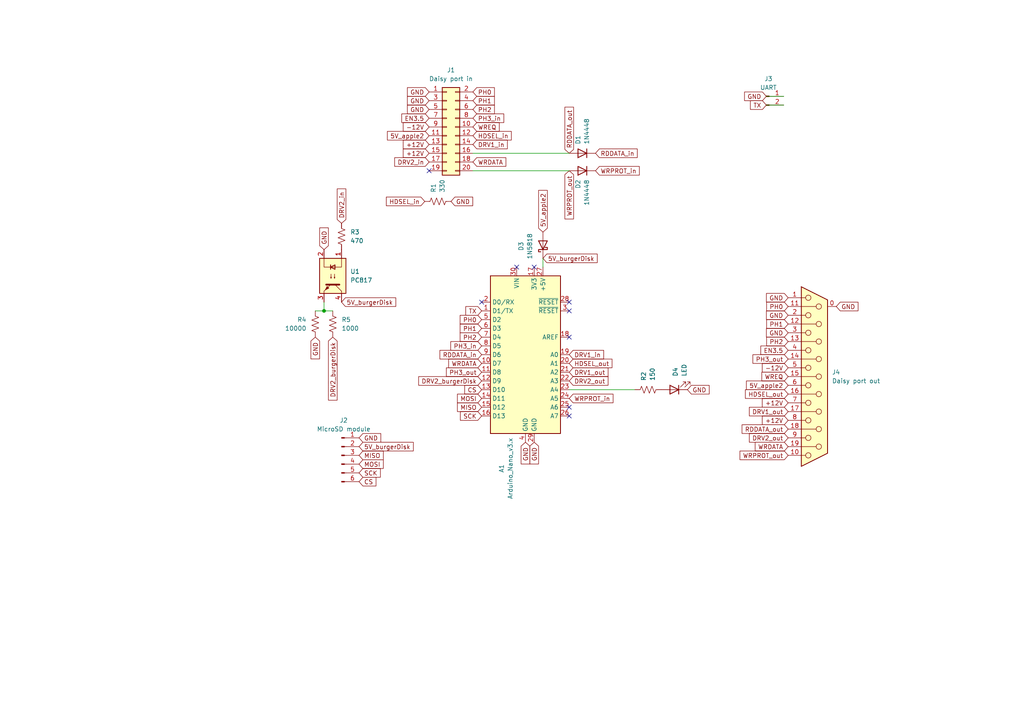
<source format=kicad_sch>
(kicad_sch (version 20230121) (generator eeschema)
  (paper "A4")
  (title_block (title "BurgerDisk PCB - Angled DB19 version") (date "2026-01-28") (rev "v2") (company "Colin Leroy-Mira") (comment 1 "License: CC BY-SA"))
  (lib_symbols
    (symbol "Connector:Conn_01x02_Pin" (pin_names (offset 1.016) hide)
      (property "Reference" "J" (at 0 2.54 0))
      (property "Value" "Conn_01x02_Pin" (at 0 -5.08 0))
      (symbol "Conn_01x02_Pin_1_1"
        (polyline (pts (xy 1.27 -2.54) (xy 0.8636 -2.54)) (stroke (width 0.1524)))
        (polyline (pts (xy 1.27 0) (xy 0.8636 0)) (stroke (width 0.1524)))
        (rectangle (start 0.8636 -2.413) (end 0 -2.667) (stroke (width 0.1524)) (fill (type outline)))
        (rectangle (start 0.8636 0.127) (end 0 -0.127) (stroke (width 0.1524)) (fill (type outline)))
        (pin passive line (at 5.08 0 180) (length 3.81) (name "Pin_1") (number "1"))
        (pin passive line (at 5.08 -2.54 180) (length 3.81) (name "Pin_2") (number "2"))
      )
    )
    (symbol "Connector:Conn_01x06_Pin" (pin_names (offset 1.016) hide)
      (property "Reference" "J" (at 0 7.62 0))
      (property "Value" "Conn_01x06_Pin" (at 0 -10.16 0))
      (symbol "Conn_01x06_Pin_1_1"
        (polyline (pts (xy 1.27 -7.62) (xy 0.8636 -7.62)) (stroke (width 0.1524)))
        (polyline (pts (xy 1.27 -5.08) (xy 0.8636 -5.08)) (stroke (width 0.1524)))
        (polyline (pts (xy 1.27 -2.54) (xy 0.8636 -2.54)) (stroke (width 0.1524)))
        (polyline (pts (xy 1.27 0) (xy 0.8636 0)) (stroke (width 0.1524)))
        (polyline (pts (xy 1.27 2.54) (xy 0.8636 2.54)) (stroke (width 0.1524)))
        (polyline (pts (xy 1.27 5.08) (xy 0.8636 5.08)) (stroke (width 0.1524)))
        (rectangle (start 0.8636 -7.493) (end 0 -7.747) (stroke (width 0.1524)) (fill (type outline)))
        (rectangle (start 0.8636 -4.953) (end 0 -5.207) (stroke (width 0.1524)) (fill (type outline)))
        (rectangle (start 0.8636 -2.413) (end 0 -2.667) (stroke (width 0.1524)) (fill (type outline)))
        (rectangle (start 0.8636 0.127) (end 0 -0.127) (stroke (width 0.1524)) (fill (type outline)))
        (rectangle (start 0.8636 2.667) (end 0 2.413) (stroke (width 0.1524)) (fill (type outline)))
        (rectangle (start 0.8636 5.207) (end 0 4.953) (stroke (width 0.1524)) (fill (type outline)))
        (pin passive line (at 5.08 5.08 180) (length 3.81) (name "Pin_1") (number "1"))
        (pin passive line (at 5.08 2.54 180) (length 3.81) (name "Pin_2") (number "2"))
        (pin passive line (at 5.08 0 180) (length 3.81) (name "Pin_3") (number "3"))
        (pin passive line (at 5.08 -2.54 180) (length 3.81) (name "Pin_4") (number "4"))
        (pin passive line (at 5.08 -5.08 180) (length 3.81) (name "Pin_5") (number "5"))
        (pin passive line (at 5.08 -7.62 180) (length 3.81) (name "Pin_6") (number "6"))
      )
    )
    (symbol "Connector_Generic:Conn_02x10_Odd_Even" (pin_names (offset 1.016) hide)
      (property "Reference" "J" (at 1.27 12.7 0))
      (property "Value" "Conn_02x10_Odd_Even" (at 1.27 -15.24 0))
      (symbol "Conn_02x10_Odd_Even_1_1"
        (rectangle (start -1.27 -12.573) (end 0 -12.827) (stroke (width 0.1524)))
        (rectangle (start -1.27 -10.033) (end 0 -10.287) (stroke (width 0.1524)))
        (rectangle (start -1.27 -7.493) (end 0 -7.747) (stroke (width 0.1524)))
        (rectangle (start -1.27 -4.953) (end 0 -5.207) (stroke (width 0.1524)))
        (rectangle (start -1.27 -2.413) (end 0 -2.667) (stroke (width 0.1524)))
        (rectangle (start -1.27 0.127) (end 0 -0.127) (stroke (width 0.1524)))
        (rectangle (start -1.27 2.667) (end 0 2.413) (stroke (width 0.1524)))
        (rectangle (start -1.27 5.207) (end 0 4.953) (stroke (width 0.1524)))
        (rectangle (start -1.27 7.747) (end 0 7.493) (stroke (width 0.1524)))
        (rectangle (start -1.27 10.287) (end 0 10.033) (stroke (width 0.1524)))
        (rectangle (start -1.27 11.43) (end 3.81 -13.97) (stroke (width 0.254)) (fill (type background)))
        (rectangle (start 3.81 -12.573) (end 2.54 -12.827) (stroke (width 0.1524)))
        (rectangle (start 3.81 -10.033) (end 2.54 -10.287) (stroke (width 0.1524)))
        (rectangle (start 3.81 -7.493) (end 2.54 -7.747) (stroke (width 0.1524)))
        (rectangle (start 3.81 -4.953) (end 2.54 -5.207) (stroke (width 0.1524)))
        (rectangle (start 3.81 -2.413) (end 2.54 -2.667) (stroke (width 0.1524)))
        (rectangle (start 3.81 0.127) (end 2.54 -0.127) (stroke (width 0.1524)))
        (rectangle (start 3.81 2.667) (end 2.54 2.413) (stroke (width 0.1524)))
        (rectangle (start 3.81 5.207) (end 2.54 4.953) (stroke (width 0.1524)))
        (rectangle (start 3.81 7.747) (end 2.54 7.493) (stroke (width 0.1524)))
        (rectangle (start 3.81 10.287) (end 2.54 10.033) (stroke (width 0.1524)))
        (pin passive line (at -5.08 10.16 0) (length 3.81) (name "Pin_1") (number "1"))
        (pin passive line (at 7.62 0 180) (length 3.81) (name "Pin_10") (number "10"))
        (pin passive line (at -5.08 -2.54 0) (length 3.81) (name "Pin_11") (number "11"))
        (pin passive line (at 7.62 -2.54 180) (length 3.81) (name "Pin_12") (number "12"))
        (pin passive line (at -5.08 -5.08 0) (length 3.81) (name "Pin_13") (number "13"))
        (pin passive line (at 7.62 -5.08 180) (length 3.81) (name "Pin_14") (number "14"))
        (pin passive line (at -5.08 -7.62 0) (length 3.81) (name "Pin_15") (number "15"))
        (pin passive line (at 7.62 -7.62 180) (length 3.81) (name "Pin_16") (number "16"))
        (pin passive line (at -5.08 -10.16 0) (length 3.81) (name "Pin_17") (number "17"))
        (pin passive line (at 7.62 -10.16 180) (length 3.81) (name "Pin_18") (number "18"))
        (pin passive line (at -5.08 -12.7 0) (length 3.81) (name "Pin_19") (number "19"))
        (pin passive line (at 7.62 10.16 180) (length 3.81) (name "Pin_2") (number "2"))
        (pin passive line (at 7.62 -12.7 180) (length 3.81) (name "Pin_20") (number "20"))
        (pin passive line (at -5.08 7.62 0) (length 3.81) (name "Pin_3") (number "3"))
        (pin passive line (at 7.62 7.62 180) (length 3.81) (name "Pin_4") (number "4"))
        (pin passive line (at -5.08 5.08 0) (length 3.81) (name "Pin_5") (number "5"))
        (pin passive line (at 7.62 5.08 180) (length 3.81) (name "Pin_6") (number "6"))
        (pin passive line (at -5.08 2.54 0) (length 3.81) (name "Pin_7") (number "7"))
        (pin passive line (at 7.62 2.54 180) (length 3.81) (name "Pin_8") (number "8"))
        (pin passive line (at -5.08 0 0) (length 3.81) (name "Pin_9") (number "9"))
      )
    )
    (symbol "Device:LED" (pin_numbers hide) (pin_names (offset 1.016) hide)
      (property "Reference" "D" (at 0 2.54 0))
      (property "Value" "LED" (at 0 -2.54 0))
      (symbol "LED_0_1"
        (polyline (pts (xy -1.27 -1.27) (xy -1.27 1.27)) (stroke (width 0.254)))
        (polyline (pts (xy -1.27 0) (xy 1.27 0)))
        (polyline (pts (xy 1.27 -1.27) (xy 1.27 1.27) (xy -1.27 0) (xy 1.27 -1.27)) (stroke (width 0.254)))
        (polyline (pts (xy -3.048 -0.762) (xy -4.572 -2.286) (xy -3.81 -2.286) (xy -4.572 -2.286) (xy -4.572 -1.524)))
        (polyline (pts (xy -1.778 -0.762) (xy -3.302 -2.286) (xy -2.54 -2.286) (xy -3.302 -2.286) (xy -3.302 -1.524)))
      )
      (symbol "LED_1_1"
        (pin passive line (at -3.81 0 0) (length 2.54) (name "K") (number "1"))
        (pin passive line (at 3.81 0 180) (length 2.54) (name "A") (number "2"))
      )
    )
    (symbol "Device:R_US" (pin_numbers hide) (pin_names (offset 0))
      (property "Reference" "R" (at 2.54 0 90))
      (property "Value" "R_US" (at -2.54 0 90))
      (symbol "R_US_0_1"
        (polyline (pts (xy 0 -2.286) (xy 0 -2.54)))
        (polyline (pts (xy 0 2.286) (xy 0 2.54)))
        (polyline (pts (xy 0 -0.762) (xy 1.016 -1.143) (xy 0 -1.524) (xy -1.016 -1.905) (xy 0 -2.286)))
        (polyline (pts (xy 0 0.762) (xy 1.016 0.381) (xy 0 0) (xy -1.016 -0.381) (xy 0 -0.762)))
        (polyline (pts (xy 0 2.286) (xy 1.016 1.905) (xy 0 1.524) (xy -1.016 1.143) (xy 0 0.762)))
      )
      (symbol "R_US_1_1"
        (pin passive line (at 0 3.81 270) (length 1.27) (name "~") (number "1"))
        (pin passive line (at 0 -3.81 90) (length 1.27) (name "~") (number "2"))
      )
    )
    (symbol "Diode:1N4448" (pin_numbers hide) (pin_names hide)
      (property "Reference" "D" (at 0 2.54 0))
      (property "Value" "1N4448" (at 0 -2.54 0))
      (symbol "1N4448_0_1"
        (polyline (pts (xy -1.27 1.27) (xy -1.27 -1.27)) (stroke (width 0.254)))
        (polyline (pts (xy 1.27 0) (xy -1.27 0)))
        (polyline (pts (xy 1.27 1.27) (xy 1.27 -1.27) (xy -1.27 0) (xy 1.27 1.27)) (stroke (width 0.254)))
      )
      (symbol "1N4448_1_1"
        (pin passive line (at -3.81 0 0) (length 2.54) (name "K") (number "1"))
        (pin passive line (at 3.81 0 180) (length 2.54) (name "A") (number "2"))
      )
    )
    (symbol "Diode:1N5818" (pin_numbers hide) (pin_names (offset 1.016) hide)
      (property "Reference" "D" (at 0 2.54 0))
      (property "Value" "1N5818" (at 0 -2.54 0))
      (symbol "1N5818_0_1"
        (polyline (pts (xy 1.27 0) (xy -1.27 0)))
        (polyline (pts (xy 1.27 1.27) (xy 1.27 -1.27) (xy -1.27 0) (xy 1.27 1.27)) (stroke (width 0.254)))
        (polyline (pts (xy -1.905 0.635) (xy -1.905 1.27) (xy -1.27 1.27) (xy -1.27 -1.27) (xy -0.635 -1.27) (xy -0.635 -0.635)) (stroke (width 0.254)))
      )
      (symbol "1N5818_1_1"
        (pin passive line (at -3.81 0 0) (length 2.54) (name "K") (number "1"))
        (pin passive line (at 3.81 0 180) (length 2.54) (name "A") (number "2"))
      )
    )
    (symbol "Isolator:PC817" (pin_names (offset 1.016))
      (property "Reference" "U" (at -5.08 5.08 0))
      (property "Value" "PC817" (at 0 5.08 0))
      (symbol "PC817_0_1"
        (rectangle (start -5.08 3.81) (end 5.08 -3.81) (stroke (width 0.254)) (fill (type background)))
        (polyline (pts (xy -3.175 -0.635) (xy -1.905 -0.635)) (stroke (width 0.254)))
        (polyline (pts (xy 2.54 0.635) (xy 4.445 2.54)))
        (polyline (pts (xy 4.445 -2.54) (xy 2.54 -0.635)) (fill (type outline)))
        (polyline (pts (xy 4.445 -2.54) (xy 5.08 -2.54)))
        (polyline (pts (xy 4.445 2.54) (xy 5.08 2.54)))
        (polyline (pts (xy -5.08 2.54) (xy -2.54 2.54) (xy -2.54 -0.635)))
        (polyline (pts (xy -2.54 -0.635) (xy -2.54 -2.54) (xy -5.08 -2.54)))
        (polyline (pts (xy 2.54 1.905) (xy 2.54 -1.905) (xy 2.54 -1.905)) (stroke (width 0.508)))
        (polyline (pts (xy -2.54 -0.635) (xy -3.175 0.635) (xy -1.905 0.635) (xy -2.54 -0.635)) (stroke (width 0.254)))
        (polyline (pts (xy -0.508 -0.508) (xy 0.762 -0.508) (xy 0.381 -0.635) (xy 0.381 -0.381) (xy 0.762 -0.508)))
        (polyline (pts (xy -0.508 0.508) (xy 0.762 0.508) (xy 0.381 0.381) (xy 0.381 0.635) (xy 0.762 0.508)))
        (polyline (pts (xy 3.048 -1.651) (xy 3.556 -1.143) (xy 4.064 -2.159) (xy 3.048 -1.651) (xy 3.048 -1.651)) (fill (type outline)))
      )
      (symbol "PC817_1_1"
        (pin passive line (at -7.62 2.54 0) (length 2.54) (name "~") (number "1"))
        (pin passive line (at -7.62 -2.54 0) (length 2.54) (name "~") (number "2"))
        (pin passive line (at 7.62 -2.54 180) (length 2.54) (name "~") (number "3"))
        (pin passive line (at 7.62 2.54 180) (length 2.54) (name "~") (number "4"))
      )
    )
    (symbol "MCU_Module:Arduino_Nano_v3.x"
      (property "Reference" "A" (at -10.16 23.495 0))
      (property "Value" "Arduino_Nano_v3.x" (at 5.08 -24.13 0))
      (symbol "Arduino_Nano_v3.x_0_1"
        (rectangle (start -10.16 22.86) (end 10.16 -22.86) (stroke (width 0.254)) (fill (type background)))
      )
      (symbol "Arduino_Nano_v3.x_1_1"
        (pin bidirectional line (at -12.7 12.7 0) (length 2.54) (name "D1/TX") (number "1"))
        (pin bidirectional line (at -12.7 -2.54 0) (length 2.54) (name "D7") (number "10"))
        (pin bidirectional line (at -12.7 -5.08 0) (length 2.54) (name "D8") (number "11"))
        (pin bidirectional line (at -12.7 -7.62 0) (length 2.54) (name "D9") (number "12"))
        (pin bidirectional line (at -12.7 -10.16 0) (length 2.54) (name "D10") (number "13"))
        (pin bidirectional line (at -12.7 -12.7 0) (length 2.54) (name "D11") (number "14"))
        (pin bidirectional line (at -12.7 -15.24 0) (length 2.54) (name "D12") (number "15"))
        (pin bidirectional line (at -12.7 -17.78 0) (length 2.54) (name "D13") (number "16"))
        (pin power_out line (at 2.54 25.4 270) (length 2.54) (name "3V3") (number "17"))
        (pin input line (at 12.7 5.08 180) (length 2.54) (name "AREF") (number "18"))
        (pin bidirectional line (at 12.7 0 180) (length 2.54) (name "A0") (number "19"))
        (pin bidirectional line (at -12.7 15.24 0) (length 2.54) (name "D0/RX") (number "2"))
        (pin bidirectional line (at 12.7 -2.54 180) (length 2.54) (name "A1") (number "20"))
        (pin bidirectional line (at 12.7 -5.08 180) (length 2.54) (name "A2") (number "21"))
        (pin bidirectional line (at 12.7 -7.62 180) (length 2.54) (name "A3") (number "22"))
        (pin bidirectional line (at 12.7 -10.16 180) (length 2.54) (name "A4") (number "23"))
        (pin bidirectional line (at 12.7 -12.7 180) (length 2.54) (name "A5") (number "24"))
        (pin bidirectional line (at 12.7 -15.24 180) (length 2.54) (name "A6") (number "25"))
        (pin bidirectional line (at 12.7 -17.78 180) (length 2.54) (name "A7") (number "26"))
        (pin power_out line (at 5.08 25.4 270) (length 2.54) (name "+5V") (number "27"))
        (pin input line (at 12.7 15.24 180) (length 2.54) (name "~{RESET}") (number "28"))
        (pin power_in line (at 2.54 -25.4 90) (length 2.54) (name "GND") (number "29"))
        (pin input line (at 12.7 12.7 180) (length 2.54) (name "~{RESET}") (number "3"))
        (pin power_in line (at -2.54 25.4 270) (length 2.54) (name "VIN") (number "30"))
        (pin power_in line (at 0 -25.4 90) (length 2.54) (name "GND") (number "4"))
        (pin bidirectional line (at -12.7 10.16 0) (length 2.54) (name "D2") (number "5"))
        (pin bidirectional line (at -12.7 7.62 0) (length 2.54) (name "D3") (number "6"))
        (pin bidirectional line (at -12.7 5.08 0) (length 2.54) (name "D4") (number "7"))
        (pin bidirectional line (at -12.7 2.54 0) (length 2.54) (name "D5") (number "8"))
        (pin bidirectional line (at -12.7 0 0) (length 2.54) (name "D6") (number "9"))
      )
    )
    (symbol "db19:DB19_Female" (pin_names (offset 1.016) hide)
      (property "Reference" "J4" (at 5.08 1.27 0))
      (property "Value" "Daisy port out" (at 5.08 -1.27 0))
      (symbol "DB19_Female_0_1"
        (circle (center -1.778 -22.86) (radius 0.762))
        (circle (center -1.778 -17.78) (radius 0.762))
        (circle (center -1.778 -12.7) (radius 0.762))
        (circle (center -1.778 -7.62) (radius 0.762))
        (circle (center -1.778 -2.54) (radius 0.762))
        (circle (center -1.778 2.54) (radius 0.762))
        (circle (center -1.778 7.62) (radius 0.762))
        (circle (center -1.778 12.7) (radius 0.762))
        (circle (center -1.778 17.78) (radius 0.762))
        (circle (center -1.778 22.86) (radius 0.762))
        (polyline (pts (xy -3.81 -22.86) (xy -2.54 -22.86)))
        (polyline (pts (xy -3.81 -20.32) (xy 0.508 -20.32)))
        (polyline (pts (xy -3.81 -17.78) (xy -2.54 -17.78)))
        (polyline (pts (xy -3.81 -15.24) (xy 0.508 -15.24)))
        (polyline (pts (xy -3.81 -12.7) (xy -2.54 -12.7)))
        (polyline (pts (xy -3.81 -10.16) (xy 0.508 -10.16)))
        (polyline (pts (xy -3.81 -7.62) (xy -2.54 -7.62)))
        (polyline (pts (xy -3.81 -5.08) (xy 0.508 -5.08)))
        (polyline (pts (xy -3.81 -2.54) (xy -2.54 -2.54)))
        (polyline (pts (xy -3.81 0) (xy 0.508 0)))
        (polyline (pts (xy -3.81 2.54) (xy -2.54 2.54)))
        (polyline (pts (xy -3.81 5.08) (xy 0.508 5.08)))
        (polyline (pts (xy -3.81 7.62) (xy -2.54 7.62)))
        (polyline (pts (xy -3.81 10.16) (xy 0.508 10.16)))
        (polyline (pts (xy -3.81 12.7) (xy -2.54 12.7)))
        (polyline (pts (xy -3.81 15.24) (xy 0.508 15.24)))
        (polyline (pts (xy -3.81 17.78) (xy -2.54 17.78)))
        (polyline (pts (xy -3.81 20.32) (xy 0.508 20.32)))
        (polyline (pts (xy -3.81 22.86) (xy -2.54 22.86)))
        (polyline (pts (xy -3.81 26.035) (xy 3.81 22.225) (xy 3.81 -22.225) (xy -3.81 -26.035) (xy -3.81 26.035)) (stroke (width 0.254)) (fill (type background)))
        (circle (center 1.27 -20.32) (radius 0.762))
        (circle (center 1.27 -15.24) (radius 0.762))
        (circle (center 1.27 -10.16) (radius 0.762))
        (circle (center 1.27 -5.08) (radius 0.762))
        (circle (center 1.27 0) (radius 0.762))
        (circle (center 1.27 5.08) (radius 0.762))
        (circle (center 1.27 10.16) (radius 0.762))
        (circle (center 1.27 15.24) (radius 0.762))
        (circle (center 1.27 20.32) (radius 0.762))
      )
      (symbol "DB19_Female_1_1"
        (pin input line (at 6.35 20.32 180) (length 2.54) (name "0") (number "0"))
        (pin passive line (at -7.62 22.86 0) (length 3.81) (name "1") (number "1"))
        (pin passive line (at -7.62 -22.86 0) (length 3.81) (name "10") (number "10"))
        (pin passive line (at -7.62 20.32 0) (length 3.81) (name "P11") (number "11"))
        (pin passive line (at -7.62 15.24 0) (length 3.81) (name "P12") (number "12"))
        (pin passive line (at -7.62 10.16 0) (length 3.81) (name "P13") (number "13"))
        (pin passive line (at -7.62 5.08 0) (length 3.81) (name "P14") (number "14"))
        (pin passive line (at -7.62 0 0) (length 3.81) (name "P15") (number "15"))
        (pin passive line (at -7.62 -5.08 0) (length 3.81) (name "P16") (number "16"))
        (pin passive line (at -7.62 -10.16 0) (length 3.81) (name "P17") (number "17"))
        (pin passive line (at -7.62 -15.24 0) (length 3.81) (name "P18") (number "18"))
        (pin passive line (at -7.62 -20.32 0) (length 3.81) (name "P19") (number "19"))
        (pin passive line (at -7.62 17.78 0) (length 3.81) (name "2") (number "2"))
        (pin passive line (at -7.62 12.7 0) (length 3.81) (name "3") (number "3"))
        (pin passive line (at -7.62 7.62 0) (length 3.81) (name "4") (number "4"))
        (pin passive line (at -7.62 2.54 0) (length 3.81) (name "5") (number "5"))
        (pin passive line (at -7.62 -2.54 0) (length 3.81) (name "6") (number "6"))
        (pin passive line (at -7.62 -7.62 0) (length 3.81) (name "7") (number "7"))
        (pin passive line (at -7.62 -12.7 0) (length 3.81) (name "8") (number "8"))
        (pin passive line (at -7.62 -17.78 0) (length 3.81) (name "9") (number "9"))
      )
    )
  )
  (junction (at 93.98 90.17))
  (no_connect (at 165.1 90.17))
  (no_connect (at 154.94 77.47))
  (no_connect (at 165.1 120.65))
  (no_connect (at 165.1 87.63))
  (no_connect (at 165.1 97.79))
  (no_connect (at 139.7 87.63))
  (no_connect (at 165.1 118.11))
  (no_connect (at 149.86 77.47))
  (no_connect (at 124.46 49.53))
  (wire (pts (xy 184.15 113.03) (xy 165.1 113.03)))
  (wire (pts (xy 91.44 90.17) (xy 93.98 90.17)))
  (wire (pts (xy 165.1 49.53) (xy 137.16 49.53)))
  (wire (pts (xy 93.98 87.63) (xy 93.98 90.17)))
  (wire (pts (xy 93.98 90.17) (xy 96.52 90.17)))
  (wire (pts (xy 165.1 44.45) (xy 137.16 44.45)))
  (wire (pts (xy 222.25 30.48) (xy 227.33 30.48)))
  (wire (pts (xy 157.48 74.93) (xy 157.48 77.47)))
  (wire (pts (xy 222.25 27.94) (xy 227.33 27.94)))
  (global_label "PH2" (shape input) (at 137.16 31.75 0) (property "Intersheetrefs" "${INTERSHEET_REFS}" (effects hide)))
  (global_label "+12V" (shape input) (at 228.6 121.92 180) (property "Intersheetrefs" "${INTERSHEET_REFS}" (effects hide)))
  (global_label "PH1" (shape input) (at 139.7 95.25 180) (property "Intersheetrefs" "${INTERSHEET_REFS}" (effects hide)))
  (global_label "5V_burgerDisk" (shape input) (at 99.06 87.63 0) (property "Intersheetrefs" "${INTERSHEET_REFS}" (effects hide)))
  (global_label "WRDATA" (shape input) (at 228.6 129.54 180) (property "Intersheetrefs" "${INTERSHEET_REFS}" (effects hide)))
  (global_label "WRDATA" (shape input) (at 139.7 105.41 180) (property "Intersheetrefs" "${INTERSHEET_REFS}" (effects hide)))
  (global_label "GND" (shape input) (at 124.46 29.21 180) (property "Intersheetrefs" "${INTERSHEET_REFS}" (effects hide)))
  (global_label "GND" (shape input) (at 124.46 31.75 180) (property "Intersheetrefs" "${INTERSHEET_REFS}" (effects hide)))
  (global_label "PH0" (shape input) (at 139.7 92.71 180) (property "Intersheetrefs" "${INTERSHEET_REFS}" (effects hide)))
  (global_label "GND" (shape input) (at 152.4 128.27 270) (property "Intersheetrefs" "${INTERSHEET_REFS}" (effects hide)))
  (global_label "-12V" (shape input) (at 228.6 106.68 180) (property "Intersheetrefs" "${INTERSHEET_REFS}" (effects hide)))
  (global_label "DRV2_out" (shape input) (at 228.6 127 180) (property "Intersheetrefs" "${INTERSHEET_REFS}" (effects hide)))
  (global_label "GND" (shape input) (at 228.6 96.52 180) (property "Intersheetrefs" "${INTERSHEET_REFS}" (effects hide)))
  (global_label "WRPROT_in" (shape input) (at 172.72 49.53 0) (property "Intersheetrefs" "${INTERSHEET_REFS}" (effects hide)))
  (global_label "DRV2_burgerDisk" (shape input) (at 96.52 97.79 270) (property "Intersheetrefs" "${INTERSHEET_REFS}" (effects hide)))
  (global_label "GND" (shape input) (at 199.39 113.03 0) (property "Intersheetrefs" "${INTERSHEET_REFS}" (effects hide)))
  (global_label "PH3_out" (shape input) (at 139.7 107.95 180) (property "Intersheetrefs" "${INTERSHEET_REFS}" (effects hide)))
  (global_label "RDDATA_out" (shape input) (at 165.1 44.45 90) (property "Intersheetrefs" "${INTERSHEET_REFS}" (effects hide)))
  (global_label "HDSEL_in" (shape input) (at 137.16 39.37 0) (property "Intersheetrefs" "${INTERSHEET_REFS}" (effects hide)))
  (global_label "TX" (shape input) (at 139.7 90.17 180) (property "Intersheetrefs" "${INTERSHEET_REFS}" (effects hide)))
  (global_label "GND" (shape input) (at 154.94 128.27 270) (property "Intersheetrefs" "${INTERSHEET_REFS}" (effects hide)))
  (global_label "PH1" (shape input) (at 137.16 29.21 0) (property "Intersheetrefs" "${INTERSHEET_REFS}" (effects hide)))
  (global_label "RDDATA_in" (shape input) (at 172.72 44.45 0) (property "Intersheetrefs" "${INTERSHEET_REFS}" (effects hide)))
  (global_label "GND" (shape input) (at 130.81 58.42 0) (property "Intersheetrefs" "${INTERSHEET_REFS}" (effects hide)))
  (global_label "HDSEL_out" (shape input) (at 228.6 114.3 180) (property "Intersheetrefs" "${INTERSHEET_REFS}" (effects hide)))
  (global_label "PH0" (shape input) (at 137.16 26.67 0) (property "Intersheetrefs" "${INTERSHEET_REFS}" (effects hide)))
  (global_label "5V_burgerDisk" (shape input) (at 157.48 74.93 0) (property "Intersheetrefs" "${INTERSHEET_REFS}" (effects hide)))
  (global_label "PH2" (shape input) (at 139.7 97.79 180) (property "Intersheetrefs" "${INTERSHEET_REFS}" (effects hide)))
  (global_label "DRV1_out" (shape input) (at 165.1 107.95 0) (property "Intersheetrefs" "${INTERSHEET_REFS}" (effects hide)))
  (global_label "RDDATA_in" (shape input) (at 139.7 102.87 180) (property "Intersheetrefs" "${INTERSHEET_REFS}" (effects hide)))
  (global_label "PH0" (shape input) (at 228.6 88.9 180) (property "Intersheetrefs" "${INTERSHEET_REFS}" (effects hide)))
  (global_label "GND" (shape input) (at 91.44 97.79 270) (property "Intersheetrefs" "${INTERSHEET_REFS}" (effects hide)))
  (global_label "DRV2_in" (shape input) (at 124.46 46.99 180) (property "Intersheetrefs" "${INTERSHEET_REFS}" (effects hide)))
  (global_label "DRV1_in" (shape input) (at 137.16 41.91 0) (property "Intersheetrefs" "${INTERSHEET_REFS}" (effects hide)))
  (global_label "HDSEL_out" (shape input) (at 165.1 105.41 0) (property "Intersheetrefs" "${INTERSHEET_REFS}" (effects hide)))
  (global_label "DRV2_out" (shape input) (at 165.1 110.49 0) (property "Intersheetrefs" "${INTERSHEET_REFS}" (effects hide)))
  (global_label "RDDATA_out" (shape input) (at 228.6 124.46 180) (property "Intersheetrefs" "${INTERSHEET_REFS}" (effects hide)))
  (global_label "GND" (shape input) (at 124.46 26.67 180) (property "Intersheetrefs" "${INTERSHEET_REFS}" (effects hide)))
  (global_label "DRV2_burgerDisk" (shape input) (at 139.7 110.49 180) (property "Intersheetrefs" "${INTERSHEET_REFS}" (effects hide)))
  (global_label "5V_burgerDisk" (shape input) (at 104.14 129.54 0) (property "Intersheetrefs" "${INTERSHEET_REFS}" (effects hide)))
  (global_label "HDSEL_in" (shape input) (at 123.19 58.42 180) (property "Intersheetrefs" "${INTERSHEET_REFS}" (effects hide)))
  (global_label "PH3_in" (shape input) (at 139.7 100.33 180) (property "Intersheetrefs" "${INTERSHEET_REFS}" (effects hide)))
  (global_label "GND" (shape input) (at 228.6 86.36 180) (property "Intersheetrefs" "${INTERSHEET_REFS}" (effects hide)))
  (global_label "5V_apple2" (shape input) (at 228.6 111.76 180) (property "Intersheetrefs" "${INTERSHEET_REFS}" (effects hide)))
  (global_label "SCK" (shape input) (at 104.14 137.16 0) (property "Intersheetrefs" "${INTERSHEET_REFS}" (effects hide)))
  (global_label "TX" (shape input) (at 222.25 30.48 180) (property "Intersheetrefs" "${INTERSHEET_REFS}" (effects hide)))
  (global_label "GND" (shape input) (at 228.6 91.44 180) (property "Intersheetrefs" "${INTERSHEET_REFS}" (effects hide)))
  (global_label "-12V" (shape input) (at 124.46 36.83 180) (property "Intersheetrefs" "${INTERSHEET_REFS}" (effects hide)))
  (global_label "MISO" (shape input) (at 139.7 118.11 180) (property "Intersheetrefs" "${INTERSHEET_REFS}" (effects hide)))
  (global_label "WRDATA" (shape input) (at 137.16 46.99 0) (property "Intersheetrefs" "${INTERSHEET_REFS}" (effects hide)))
  (global_label "PH3_in" (shape input) (at 137.16 34.29 0) (property "Intersheetrefs" "${INTERSHEET_REFS}" (effects hide)))
  (global_label "WRPROT_out" (shape input) (at 165.1 49.53 270) (property "Intersheetrefs" "${INTERSHEET_REFS}" (effects hide)))
  (global_label "+12V" (shape input) (at 124.46 44.45 180) (property "Intersheetrefs" "${INTERSHEET_REFS}" (effects hide)))
  (global_label "DRV1_in" (shape input) (at 165.1 102.87 0) (property "Intersheetrefs" "${INTERSHEET_REFS}" (effects hide)))
  (global_label "WREQ" (shape input) (at 228.6 109.22 180) (property "Intersheetrefs" "${INTERSHEET_REFS}" (effects hide)))
  (global_label "DRV1_out" (shape input) (at 228.6 119.38 180) (property "Intersheetrefs" "${INTERSHEET_REFS}" (effects hide)))
  (global_label "PH2" (shape input) (at 228.6 99.06 180) (property "Intersheetrefs" "${INTERSHEET_REFS}" (effects hide)))
  (global_label "PH1" (shape input) (at 228.6 93.98 180) (property "Intersheetrefs" "${INTERSHEET_REFS}" (effects hide)))
  (global_label "EN3.5" (shape input) (at 228.6 101.6 180) (property "Intersheetrefs" "${INTERSHEET_REFS}" (effects hide)))
  (global_label "5V_apple2" (shape input) (at 157.48 67.31 90) (property "Intersheetrefs" "${INTERSHEET_REFS}" (effects hide)))
  (global_label "CS" (shape input) (at 104.14 139.7 0) (property "Intersheetrefs" "${INTERSHEET_REFS}" (effects hide)))
  (global_label "PH3_out" (shape input) (at 228.6 104.14 180) (property "Intersheetrefs" "${INTERSHEET_REFS}" (effects hide)))
  (global_label "MISO" (shape input) (at 104.14 132.08 0) (property "Intersheetrefs" "${INTERSHEET_REFS}" (effects hide)))
  (global_label "5V_apple2" (shape input) (at 124.46 39.37 180) (property "Intersheetrefs" "${INTERSHEET_REFS}" (effects hide)))
  (global_label "GND" (shape input) (at 93.98 72.39 90) (property "Intersheetrefs" "${INTERSHEET_REFS}" (effects hide)))
  (global_label "+12V" (shape input) (at 228.6 116.84 180) (property "Intersheetrefs" "${INTERSHEET_REFS}" (effects hide)))
  (global_label "MOSI" (shape input) (at 139.7 115.57 180) (property "Intersheetrefs" "${INTERSHEET_REFS}" (effects hide)))
  (global_label "GND" (shape input) (at 104.14 127 0) (property "Intersheetrefs" "${INTERSHEET_REFS}" (effects hide)))
  (global_label "WRPROT_in" (shape input) (at 165.1 115.57 0) (property "Intersheetrefs" "${INTERSHEET_REFS}" (effects hide)))
  (global_label "MOSI" (shape input) (at 104.14 134.62 0) (property "Intersheetrefs" "${INTERSHEET_REFS}" (effects hide)))
  (global_label "WREQ" (shape input) (at 137.16 36.83 0) (property "Intersheetrefs" "${INTERSHEET_REFS}" (effects hide)))
  (global_label "GND" (shape input) (at 242.57 88.9 0) (property "Intersheetrefs" "${INTERSHEET_REFS}" (effects hide)))
  (global_label "EN3.5" (shape input) (at 124.46 34.29 180) (property "Intersheetrefs" "${INTERSHEET_REFS}" (effects hide)))
  (global_label "CS" (shape input) (at 139.7 113.03 180) (property "Intersheetrefs" "${INTERSHEET_REFS}" (effects hide)))
  (global_label "WRPROT_out" (shape input) (at 228.6 132.08 180) (property "Intersheetrefs" "${INTERSHEET_REFS}" (effects hide)))
  (global_label "SCK" (shape input) (at 139.7 120.65 180) (property "Intersheetrefs" "${INTERSHEET_REFS}" (effects hide)))
  (global_label "DRV2_in" (shape input) (at 99.06 64.77 90) (property "Intersheetrefs" "${INTERSHEET_REFS}" (effects hide)))
  (global_label "+12V" (shape input) (at 124.46 41.91 180) (property "Intersheetrefs" "${INTERSHEET_REFS}" (effects hide)))
  (global_label "GND" (shape input) (at 222.25 27.94 180) (property "Intersheetrefs" "${INTERSHEET_REFS}" (effects hide)))
  (symbol (lib_id "Connector:Conn_01x02_Pin") (at 222.25 27.94 0) (unit 1)
    (property "Reference" "J3" (at 222.885 22.86 0))
    (property "Value" "UART" (at 222.885 25.4 0))
    (property "Footprint" "Connector_PinHeader_2.54mm:PinHeader_1x02_P2.54mm_Vertical" (effects hide))
    (property "LCSC" "C6273326" (effects hide))
  )
  (symbol (lib_id "db19:DB19_Female") (at 236.22 109.22 0) (unit 1)
    (property "Reference" "J4" (at 241.3 107.95 0) (effects (justify left)))
    (property "Value" "Daisy port out" (at 241.3 110.49 0) (effects (justify left)))
    (property "Footprint" "DSUB-19-angled:DSUB-19_Female_Horizontal_P2.77x2.84mm_EdgePinOffset4.94mm_Housed_MountingHolesOffset7.48mm" (effects hide))
  )
  (symbol (lib_id "Diode:1N4448") (at 168.91 49.53 180) (unit 1)
    (property "Reference" "D2" (at 167.64 52.07 90) (effects (justify left)))
    (property "Value" "1N4448" (at 170.18 52.07 90) (effects (justify left)))
    (property "Footprint" "Diode_THT:D_DO-35_SOD27_P7.62mm_Horizontal" (effects hide))
    (property "Datasheet" "https://assets.nexperia.com/documents/data-sheet/1N4148_1N4448.pdf" (effects hide))
    (property "Sim.Device" "D" (effects hide))
    (property "Sim.Pins" "1=K 2=A" (effects hide))
    (property "LCSC" "C258170" (effects hide))
  )
  (symbol (lib_id "Device:R_US") (at 91.44 93.98 0) (unit 1)
    (property "Reference" "R4" (at 88.9 92.71 0) (effects (justify right)))
    (property "Value" "10000" (at 88.9 95.25 0) (effects (justify right)))
    (property "Footprint" "Resistor_THT:R_Axial_DIN0207_L6.3mm_D2.5mm_P7.62mm_Horizontal" (effects hide))
    (property "LCSC" "C57436" (effects hide))
  )
  (symbol (lib_id "Connector:Conn_01x06_Pin") (at 99.06 132.08 0) (unit 1)
    (property "Reference" "J2" (at 99.695 121.92 0))
    (property "Value" "MicroSD module" (at 99.695 124.46 0))
    (property "Footprint" "Connector_PinHeader_2.54mm:PinHeader_1x06_P2.54mm_Vertical" (effects hide))
    (property "LCSC" "C6209271" (effects hide))
  )
  (symbol (lib_id "Device:R_US") (at 99.06 68.58 180) (unit 1)
    (property "Reference" "R3" (at 101.6 67.31 0) (effects (justify right)))
    (property "Value" "470" (at 101.6 69.85 0) (effects (justify right)))
    (property "Footprint" "Resistor_THT:R_Axial_DIN0309_L9.0mm_D3.2mm_P12.70mm_Horizontal" (effects hide))
    (property "LCSC" "C129899" (effects hide))
  )
  (symbol (lib_id "Device:LED") (at 195.58 113.03 180) (unit 1)
    (property "Reference" "D4" (at 195.8975 109.22 90) (effects (justify right)))
    (property "Value" "LED" (at 198.4375 109.22 90) (effects (justify right)))
    (property "Footprint" "Connector_PinHeader_2.54mm:PinHeader_1x02_P2.54mm_Vertical" (effects hide))
    (property "LCSC" "C6273326" (effects hide))
  )
  (symbol (lib_id "Connector_Generic:Conn_02x10_Odd_Even") (at 129.54 36.83 0) (unit 1)
    (property "Reference" "J1" (at 130.81 20.32 0))
    (property "Value" "Daisy port in" (at 130.81 22.86 0))
    (property "Footprint" "Connector_IDC:IDC-Header_2x10_P2.54mm_Vertical" (effects hide))
    (property "LCSC" "C305958" (effects hide))
  )
  (symbol (lib_id "Isolator:PC817") (at 96.52 80.01 270) (unit 1)
    (property "Reference" "U1" (at 101.6 78.74 90) (effects (justify left)))
    (property "Value" "PC817" (at 101.6 81.28 90) (effects (justify left)))
    (property "Footprint" "Package_DIP:DIP-4_W7.62mm" (effects hide))
    (property "Datasheet" "http://www.soselectronic.cz/a_info/resource/d/pc817.pdf" (effects hide))
    (property "LCSC" "C5350" (effects hide))
  )
  (symbol (lib_id "Device:R_US") (at 187.96 113.03 270) (unit 1)
    (property "Reference" "R2" (at 186.69 110.49 0) (effects (justify right)))
    (property "Value" "150" (at 189.23 110.49 0) (effects (justify right)))
    (property "Footprint" "Resistor_THT:R_Axial_DIN0207_L6.3mm_D2.5mm_P7.62mm_Horizontal" (effects hide))
    (property "LCSC" "C58668" (effects hide))
  )
  (symbol (lib_id "MCU_Module:Arduino_Nano_v3.x") (at 152.4 102.87 0) (unit 1)
    (property "Reference" "A1" (at 145.4719 135.89 90))
    (property "Value" "Arduino_Nano_v3.x" (at 148.0119 135.89 90))
    (property "Footprint" "Module:Arduino_Nano" (effects hide))
    (property "Datasheet" "http://www.mouser.com/pdfdocs/Gravitech_Arduino_Nano3_0.pdf" (effects hide))
  )
  (symbol (lib_id "Device:R_US") (at 127 58.42 270) (unit 1)
    (property "Reference" "R1" (at 125.73 55.88 0) (effects (justify right)))
    (property "Value" "330" (at 128.27 55.88 0) (effects (justify right)))
    (property "Footprint" "Resistor_THT:R_Axial_DIN0207_L6.3mm_D2.5mm_P7.62mm_Horizontal" (effects hide))
    (property "LCSC" "C58608" (effects hide))
  )
  (symbol (lib_id "Diode:1N5818") (at 157.48 71.12 90) (unit 1)
    (property "Reference" "D3" (at 151.13 71.4375 0))
    (property "Value" "1N5818" (at 153.67 71.4375 0))
    (property "Footprint" "Diode_THT:D_DO-41_SOD81_P7.62mm_Horizontal" (effects hide))
    (property "Datasheet" "http://www.vishay.com/docs/88525/1n5817.pdf" (effects hide))
    (property "LCSC" "C402217" (effects hide))
  )
  (symbol (lib_id "Device:R_US") (at 96.52 93.98 0) (unit 1)
    (property "Reference" "R5" (at 99.06 92.71 0) (effects (justify left)))
    (property "Value" "1000" (at 99.06 95.25 0) (effects (justify left)))
    (property "Footprint" "Resistor_THT:R_Axial_DIN0207_L6.3mm_D2.5mm_P7.62mm_Horizontal" (effects hide))
    (property "LCSC" "C57435" (effects hide))
  )
  (symbol (lib_id "Diode:1N4448") (at 168.91 44.45 180) (unit 1)
    (property "Reference" "D1" (at 167.64 41.91 90) (effects (justify right)))
    (property "Value" "1N4448" (at 170.18 41.91 90) (effects (justify right)))
    (property "Footprint" "Diode_THT:D_DO-35_SOD27_P7.62mm_Horizontal" (effects hide))
    (property "Datasheet" "https://assets.nexperia.com/documents/data-sheet/1N4148_1N4448.pdf" (effects hide))
    (property "Sim.Device" "D" (effects hide))
    (property "Sim.Pins" "1=K 2=A" (effects hide))
    (property "LCSC" "C258170" (effects hide))
  )
)
</source>
